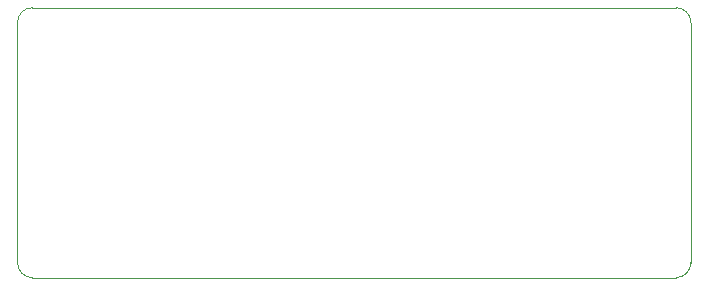
<source format=gm1>
%TF.GenerationSoftware,KiCad,Pcbnew,(6.0.4)*%
%TF.CreationDate,2022-03-28T20:40:59+08:00*%
%TF.ProjectId,PCB_F401CCU6_Dev,5043425f-4634-4303-9143-4355365f4465,v0.9*%
%TF.SameCoordinates,Original*%
%TF.FileFunction,Profile,NP*%
%FSLAX46Y46*%
G04 Gerber Fmt 4.6, Leading zero omitted, Abs format (unit mm)*
G04 Created by KiCad (PCBNEW (6.0.4)) date 2022-03-28 20:40:59*
%MOMM*%
%LPD*%
G01*
G04 APERTURE LIST*
%TA.AperFunction,Profile*%
%ADD10C,0.100000*%
%TD*%
G04 APERTURE END LIST*
D10*
X68072000Y-66040000D02*
G75*
G03*
X69342000Y-67310000I1270000J0D01*
G01*
X123825000Y-67310000D02*
G75*
G03*
X125095000Y-66040000I0J1270000D01*
G01*
X123825000Y-67310000D02*
X69342000Y-67310000D01*
X125095000Y-45720000D02*
X125095000Y-66040000D01*
X69342000Y-44450000D02*
X123825000Y-44450000D01*
X68072000Y-45720000D02*
X68072000Y-66040000D01*
X69342000Y-44450000D02*
G75*
G03*
X68072000Y-45720000I0J-1270000D01*
G01*
X125095000Y-45720000D02*
G75*
G03*
X123825000Y-44450000I-1270000J0D01*
G01*
M02*

</source>
